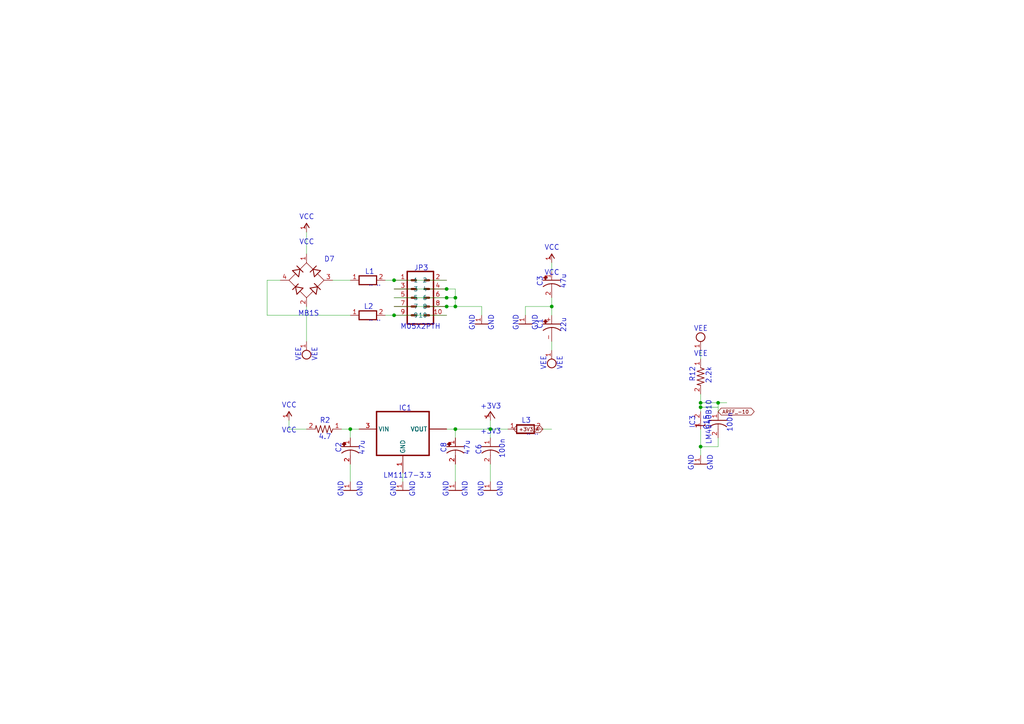
<source format=kicad_sch>
(kicad_sch (version 20231120) (generator "eeschema") (generator_version "8.0")
  (paper "A4")
  (lib_symbols
    (symbol "rangoon-eagle-import:+3V3" (power)
      (symbol "+3V3_1_0"
        (polyline (pts (xy 0 0.952) (xy -1.27 -0.952)) (stroke (width 0.254)))
        (polyline (pts (xy 1.27 -0.952) (xy 0 0.952)) (stroke (width 0.254)))
        (pin power_in line (at 0 -1.588 90) (length 2.54) (name "+3V3") (number "1"))
      )
    )
    (symbol "rangoon-eagle-import:C-USC0603_3"
      (symbol "C-USC0603_3_1_0"
        (polyline (pts (xy -2.54 1.27) (xy 2.54 1.27)) (stroke (width 0.254)))
        (polyline (pts (xy 0 0.254) (xy 0 -1.27)) (stroke (width 0.152)))
        (arc (start 0 0.254) (mid -1.3021 0.0399) (end -2.467 -0.58) (stroke (width 0.254)))
        (arc (start 2.489 -0.584) (mid 1.3157 0.0506) (end 0 0.2701) (stroke (width 0.254)))
        (pin passive line (at 0 3.81 270) (length 2.54) (name "1") (number "1"))
        (pin passive line (at 0 -3.81 90) (length 2.54) (name "2") (number "2"))
      )
    )
    (symbol "rangoon-eagle-import:CPOL-USC"
      (symbol "CPOL-USC_1_0"
        (arc (start 0 -0.334) (mid -1.3021 -0.548) (end -2.467 -1.168) (stroke (width 0.254)))
        (polyline (pts (xy -2.54 0.682) (xy 2.54 0.682)) (stroke (width 0.254)))
        (polyline (pts (xy -2.253 1.349) (xy -1.364 1.349)) (stroke (width 0.333)))
        (polyline (pts (xy -2.253 1.477) (xy -2.253 1.349)) (stroke (width 0.333)))
        (polyline (pts (xy -1.871 0.969) (xy -1.745 0.969)) (stroke (width 0.333)))
        (polyline (pts (xy -1.871 1.858) (xy -1.871 0.969)) (stroke (width 0.333)))
        (polyline (pts (xy -1.745 0.969) (xy -1.745 1.858)) (stroke (width 0.333)))
        (polyline (pts (xy -1.745 1.858) (xy -1.871 1.858)) (stroke (width 0.333)))
        (polyline (pts (xy -1.364 1.349) (xy -1.364 1.477)) (stroke (width 0.333)))
        (polyline (pts (xy -1.364 1.477) (xy -2.253 1.477)) (stroke (width 0.333)))
        (polyline (pts (xy 0 -0.334) (xy 0 -1.858)) (stroke (width 0.152)))
        (arc (start 2.489 -1.172) (mid 1.3157 -0.5374) (end 0 -0.3179) (stroke (width 0.254)))
        (pin passive line (at 0 3.222 270) (length 2.54) (name "+") (number "+"))
        (pin passive line (at 0 -4.398 90) (length 2.54) (name "-") (number "-"))
      )
    )
    (symbol "rangoon-eagle-import:CPOL-USD"
      (symbol "CPOL-USD_1_0"
        (arc (start 0 -0.334) (mid -1.3021 -0.548) (end -2.467 -1.168) (stroke (width 0.254)))
        (polyline (pts (xy -2.54 0.682) (xy 2.54 0.682)) (stroke (width 0.254)))
        (polyline (pts (xy -2.253 1.349) (xy -1.364 1.349)) (stroke (width 0.333)))
        (polyline (pts (xy -2.253 1.477) (xy -2.253 1.349)) (stroke (width 0.333)))
        (polyline (pts (xy -1.871 0.969) (xy -1.745 0.969)) (stroke (width 0.333)))
        (polyline (pts (xy -1.871 1.858) (xy -1.871 0.969)) (stroke (width 0.333)))
        (polyline (pts (xy -1.745 0.969) (xy -1.745 1.858)) (stroke (width 0.333)))
        (polyline (pts (xy -1.745 1.858) (xy -1.871 1.858)) (stroke (width 0.333)))
        (polyline (pts (xy -1.364 1.349) (xy -1.364 1.477)) (stroke (width 0.333)))
        (polyline (pts (xy -1.364 1.477) (xy -2.253 1.477)) (stroke (width 0.333)))
        (polyline (pts (xy 0 -0.334) (xy 0 -1.858)) (stroke (width 0.152)))
        (arc (start 2.489 -1.172) (mid 1.3157 -0.5374) (end 0 -0.3179) (stroke (width 0.254)))
        (pin passive line (at 0 3.222 270) (length 2.54) (name "+") (number "1"))
        (pin passive line (at 0 -4.398 90) (length 2.54) (name "-") (number "2"))
      )
    )
    (symbol "rangoon-eagle-import:GND" (power)
      (symbol "GND_1_0"
        (polyline (pts (xy -1.905 0) (xy 1.905 0)) (stroke (width 0.254)))
        (pin power_in line (at 0 2.54 270) (length 2.54) (name "GND") (number "1"))
      )
    )
    (symbol "rangoon-eagle-import:LM4041B12DBZ"
      (symbol "LM4041B12DBZ_1_0"
        (polyline (pts (xy -1.27 -0.952) (xy -1.27 -0.572)) (stroke (width 0.254)))
        (polyline (pts (xy -1.27 -0.572) (xy 0 -0.572)) (stroke (width 0.254)))
        (polyline (pts (xy 0 -0.572) (xy 1.27 -0.572)) (stroke (width 0.254)))
        (polyline (pts (xy 1.27 -0.572) (xy 1.27 -0.191)) (stroke (width 0.254)))
        (pin passive line (at 0 -1.588 90) (length 2.54) (name "C") (number "1"))
        (pin passive line (at 0 3.492 270) (length 2.54) (name "A") (number "2"))
      )
    )
    (symbol "rangoon-eagle-import:M05X2PTH"
      (symbol "M05X2PTH_1_0"
        (polyline (pts (xy -3.81 7.62) (xy -3.81 -7.62)) (stroke (width 0.406)))
        (polyline (pts (xy -3.81 7.62) (xy 3.81 7.62)) (stroke (width 0.406)))
        (polyline (pts (xy -1.27 -5.08) (xy -2.54 -5.08)) (stroke (width 0.61)))
        (polyline (pts (xy -1.27 -2.54) (xy -2.54 -2.54)) (stroke (width 0.61)))
        (polyline (pts (xy -1.27 0) (xy -2.54 0)) (stroke (width 0.61)))
        (polyline (pts (xy -1.27 2.54) (xy -2.54 2.54)) (stroke (width 0.61)))
        (polyline (pts (xy -1.27 5.08) (xy -2.54 5.08)) (stroke (width 0.61)))
        (polyline (pts (xy 1.27 -5.08) (xy 2.54 -5.08)) (stroke (width 0.61)))
        (polyline (pts (xy 1.27 -2.54) (xy 2.54 -2.54)) (stroke (width 0.61)))
        (polyline (pts (xy 1.27 0) (xy 2.54 0)) (stroke (width 0.61)))
        (polyline (pts (xy 1.27 2.54) (xy 2.54 2.54)) (stroke (width 0.61)))
        (polyline (pts (xy 1.27 5.08) (xy 2.54 5.08)) (stroke (width 0.61)))
        (polyline (pts (xy 3.81 -7.62) (xy -3.81 -7.62)) (stroke (width 0.406)))
        (polyline (pts (xy 3.81 -7.62) (xy 3.81 7.62)) (stroke (width 0.406)))
        (pin passive line (at -7.62 5.08 0) (length 5.08) (name "1") (number "1"))
        (pin passive line (at 7.62 -5.08 180) (length 5.08) (name "10") (number "10"))
        (pin passive line (at 7.62 5.08 180) (length 5.08) (name "2") (number "2"))
        (pin passive line (at -7.62 2.54 0) (length 5.08) (name "3") (number "3"))
        (pin passive line (at 7.62 2.54 180) (length 5.08) (name "4") (number "4"))
        (pin passive line (at -7.62 0 0) (length 5.08) (name "5") (number "5"))
        (pin passive line (at 7.62 0 180) (length 5.08) (name "6") (number "6"))
        (pin passive line (at -7.62 -2.54 0) (length 5.08) (name "7") (number "7"))
        (pin passive line (at 7.62 -2.54 180) (length 5.08) (name "8") (number "8"))
        (pin passive line (at -7.62 -5.08 0) (length 5.08) (name "9") (number "9"))
      )
    )
    (symbol "rangoon-eagle-import:MB1S"
      (symbol "MB1S_1_0"
        (polyline (pts (xy -5.08 0) (xy -3.277 1.803)) (stroke (width 0.152)))
        (polyline (pts (xy -4.064 -2.794) (xy -2.286 -1.016)) (stroke (width 0.254)))
        (polyline (pts (xy -4.064 2.794) (xy -2.286 1.016)) (stroke (width 0.254)))
        (polyline (pts (xy -3.277 -1.803) (xy -5.08 0)) (stroke (width 0.152)))
        (polyline (pts (xy -2.718 -4.039) (xy -0.94 -2.261)) (stroke (width 0.254)))
        (polyline (pts (xy -2.718 4.039) (xy -1.067 2.388)) (stroke (width 0.254)))
        (polyline (pts (xy -1.905 -3.175) (xy -4.064 -2.794)) (stroke (width 0.254)))
        (polyline (pts (xy -1.905 -3.175) (xy -2.286 -1.016)) (stroke (width 0.254)))
        (polyline (pts (xy -1.905 3.175) (xy -4.064 2.794)) (stroke (width 0.254)))
        (polyline (pts (xy -1.905 3.175) (xy -2.286 1.016)) (stroke (width 0.254)))
        (polyline (pts (xy -1.905 3.175) (xy 0 5.08)) (stroke (width 0.152)))
        (polyline (pts (xy 0 -5.08) (xy -1.905 -3.175)) (stroke (width 0.152)))
        (polyline (pts (xy 0 -5.08) (xy 1.803 -3.277)) (stroke (width 0.152)))
        (polyline (pts (xy 0 5.08) (xy 1.803 3.277)) (stroke (width 0.152)))
        (polyline (pts (xy 1.016 -2.286) (xy 2.794 -4.064)) (stroke (width 0.254)))
        (polyline (pts (xy 1.016 2.286) (xy 2.794 4.064)) (stroke (width 0.254)))
        (polyline (pts (xy 2.362 -1.067) (xy 4.14 -2.845)) (stroke (width 0.254)))
        (polyline (pts (xy 2.362 1.016) (xy 4.14 2.794)) (stroke (width 0.254)))
        (polyline (pts (xy 3.175 -1.905) (xy 1.016 -2.286)) (stroke (width 0.254)))
        (polyline (pts (xy 3.175 -1.905) (xy 2.794 -4.064)) (stroke (width 0.254)))
        (polyline (pts (xy 3.175 1.905) (xy 1.016 2.286)) (stroke (width 0.254)))
        (polyline (pts (xy 3.175 1.905) (xy 2.794 4.064)) (stroke (width 0.254)))
        (polyline (pts (xy 3.175 1.905) (xy 5.08 0)) (stroke (width 0.152)))
        (polyline (pts (xy 5.08 0) (xy 3.175 -1.905)) (stroke (width 0.152)))
        (pin passive line (at 7.62 0 180) (length 2.54) (name "+") (number "1"))
        (pin passive line (at -7.62 0 0) (length 2.54) (name "-") (number "2"))
        (pin passive line (at 0 -7.62 90) (length 2.54) (name "AC2") (number "3"))
        (pin passive line (at 0 7.62 270) (length 2.54) (name "AC1") (number "4"))
      )
    )
    (symbol "rangoon-eagle-import:R-US_R0603_37"
      (symbol "R-US_R0603_37_1_0"
        (polyline (pts (xy -1.016 -2.286) (xy 0 -2.54)) (stroke (width 0.203)))
        (polyline (pts (xy -1.016 -1.016) (xy 1.016 -1.651)) (stroke (width 0.203)))
        (polyline (pts (xy -1.016 0.254) (xy 1.016 -0.381)) (stroke (width 0.203)))
        (polyline (pts (xy -1.016 1.524) (xy 1.016 0.889)) (stroke (width 0.203)))
        (polyline (pts (xy 0 2.54) (xy 1.016 2.159)) (stroke (width 0.203)))
        (polyline (pts (xy 1.016 -1.651) (xy -1.016 -2.286)) (stroke (width 0.203)))
        (polyline (pts (xy 1.016 -0.381) (xy -1.016 -1.016)) (stroke (width 0.203)))
        (polyline (pts (xy 1.016 0.889) (xy -1.016 0.254)) (stroke (width 0.203)))
        (polyline (pts (xy 1.016 2.159) (xy -1.016 1.524)) (stroke (width 0.203)))
        (pin passive line (at 0 5.08 270) (length 2.54) (name "1") (number "1"))
        (pin passive line (at 0 -5.08 90) (length 2.54) (name "2") (number "2"))
      )
    )
    (symbol "rangoon-eagle-import:R-US_R1206"
      (symbol "R-US_R1206_1_0"
        (polyline (pts (xy -2.286 1.016) (xy -2.54 0)) (stroke (width 0.203)))
        (polyline (pts (xy -1.651 -1.016) (xy -2.286 1.016)) (stroke (width 0.203)))
        (polyline (pts (xy -1.016 1.016) (xy -1.651 -1.016)) (stroke (width 0.203)))
        (polyline (pts (xy -0.381 -1.016) (xy -1.016 1.016)) (stroke (width 0.203)))
        (polyline (pts (xy 0.254 1.016) (xy -0.381 -1.016)) (stroke (width 0.203)))
        (polyline (pts (xy 0.889 -1.016) (xy 0.254 1.016)) (stroke (width 0.203)))
        (polyline (pts (xy 1.524 1.016) (xy 0.889 -1.016)) (stroke (width 0.203)))
        (polyline (pts (xy 2.159 -1.016) (xy 1.524 1.016)) (stroke (width 0.203)))
        (polyline (pts (xy 2.54 0) (xy 2.159 -1.016)) (stroke (width 0.203)))
        (pin passive line (at 5.08 0 180) (length 2.54) (name "1") (number "1"))
        (pin passive line (at -5.08 0 0) (length 2.54) (name "2") (number "2"))
      )
    )
    (symbol "rangoon-eagle-import:REG1117T"
      (symbol "REG1117T_1_0"
        (polyline (pts (xy -7.62 -6.35) (xy 7.62 -6.35)) (stroke (width 0.406)))
        (polyline (pts (xy -7.62 6.35) (xy -7.62 -6.35)) (stroke (width 0.406)))
        (polyline (pts (xy 7.62 -6.35) (xy 7.62 6.35)) (stroke (width 0.406)))
        (polyline (pts (xy 7.62 6.35) (xy -7.62 6.35)) (stroke (width 0.406)))
        (pin power_in line (at 0 -11.43 90) (length 5.08) (name "GND") (number "1"))
        (pin output line (at 12.7 1.27 180) (length 5.08) (name "VOUT") (number "2"))
        (pin input line (at -12.7 1.27 0) (length 5.08) (name "VIN") (number "3"))
        (pin output line (at 12.7 1.27 180) (length 5.08) (name "VOUT") (number "4"))
      )
    )
    (symbol "rangoon-eagle-import:VCC" (power)
      (symbol "VCC_1_0"
        (polyline (pts (xy 0 0.635) (xy -0.762 -0.635)) (stroke (width 0.254)))
        (polyline (pts (xy 0.762 -0.635) (xy 0 0.635)) (stroke (width 0.254)))
        (pin power_in line (at 0 -1.905 90) (length 2.54) (name "VCC") (number "1"))
      )
    )
    (symbol "rangoon-eagle-import:VEE" (power)
      (symbol "VEE_1_0"
        (circle (center 0 0) (radius 1.27) (stroke (width 0.254)))
        (pin power_in line (at 0 -3.81 90) (length 2.54) (name "VEE") (number "1"))
      )
    )
    (symbol "rangoon-eagle-import:VEE_43" (power)
      (symbol "VEE_43_1_0"
        (circle (center 0 0) (radius 1.27) (stroke (width 0.254)))
        (pin power_in line (at 0 3.81 270) (length 2.54) (name "VEE") (number "1"))
      )
    )
    (symbol "rangoon-eagle-import:WE-CBF_0603"
      (symbol "WE-CBF_0603_1_0"
        (polyline (pts (xy -2.538 -1.272) (xy 2.54 -1.272)) (stroke (width 0.333)))
        (polyline (pts (xy -2.538 1.272) (xy -2.538 -1.272)) (stroke (width 0.333)))
        (polyline (pts (xy 2.54 -1.272) (xy 2.54 1.272)) (stroke (width 0.333)))
        (polyline (pts (xy 2.54 1.272) (xy -2.538 1.272)) (stroke (width 0.333)))
        (pin passive line (at -5.08 0.002 0) (length 2.54) (name "1") (number "1"))
        (pin passive line (at 5.08 0.002 180) (length 2.54) (name "2") (number "2"))
      )
    )
  )
  (junction (at 132.08 124.46))
  (junction (at 114.3 91.44))
  (junction (at 208.28 116.84))
  (junction (at 129.54 88.9))
  (junction (at 101.6 124.46))
  (junction (at 203.2 118.11))
  (junction (at 129.54 86.36))
  (junction (at 114.3 81.28))
  (junction (at 160.02 88.9))
  (junction (at 132.08 86.36))
  (junction (at 132.08 88.9))
  (junction (at 129.54 83.82))
  (junction (at 142.24 124.46))
  (junction (at 203.2 116.84))
  (junction (at 203.2 129.54))
  (wire (pts (xy 160.02 78.74) (xy 160.02 76.2)) (stroke (width 0.1)))
  (wire (pts (xy 160.02 88.9) (xy 160.02 86.36)) (stroke (width 0.1)))
  (wire (pts (xy 132.08 88.9) (xy 139.7 88.9)) (stroke (width 0.1)))
  (wire (pts (xy 96.52 81.28) (xy 101.6 81.28)) (stroke (width 0.1)))
  (wire (pts (xy 132.08 86.36) (xy 132.08 88.9)) (stroke (width 0.1)))
  (wire (pts (xy 116.84 137.16) (xy 116.84 139.7)) (stroke (width 0.1)))
  (wire (pts (xy 142.24 124.46) (xy 142.24 121.92)) (stroke (width 0.1)))
  (wire (pts (xy 203.2 129.54) (xy 203.2 132.08)) (stroke (width 0.1)))
  (wire (pts (xy 101.6 91.44) (xy 77.47 91.44)) (stroke (width 0.1)))
  (wire (pts (xy 132.08 88.9) (xy 129.54 88.9)) (stroke (width 0.1)))
  (wire (pts (xy 203.2 118.11) (xy 203.2 116.84)) (stroke (width 0.1)))
  (wire (pts (xy 208.28 129.54) (xy 203.2 129.54)) (stroke (width 0.1)))
  (wire (pts (xy 160.02 91.44) (xy 160.02 88.9)) (stroke (width 0.1)))
  (wire (pts (xy 132.08 134.62) (xy 132.08 139.7)) (stroke (width 0.1)))
  (wire (pts (xy 203.2 104.14) (xy 203.2 101.6)) (stroke (width 0.1)))
  (wire (pts (xy 208.28 116.84) (xy 208.28 119.38)) (stroke (width 0.1)))
  (wire (pts (xy 77.47 91.44) (xy 77.47 81.28)) (stroke (width 0.1)))
  (wire (pts (xy 203.2 116.84) (xy 203.2 114.3)) (stroke (width 0.1)))
  (wire (pts (xy 114.3 81.28) (xy 129.54 81.28)) (stroke (width 0.1)))
  (wire (pts (xy 132.08 124.46) (xy 129.54 124.46)) (stroke (width 0.1)))
  (wire (pts (xy 208.28 116.84) (xy 203.2 116.84)) (stroke (width 0.1)))
  (wire (pts (xy 101.6 127) (xy 101.6 124.46)) (stroke (width 0.1)))
  (wire (pts (xy 208.28 116.84) (xy 210.82 116.84)) (stroke (width 0.1)))
  (wire (pts (xy 129.54 83.82) (xy 132.08 83.82)) (stroke (width 0.1)))
  (wire (pts (xy 132.08 124.46) (xy 142.24 124.46)) (stroke (width 0.1)))
  (wire (pts (xy 157.48 124.46) (xy 160.02 124.46)) (stroke (width 0.1)))
  (wire (pts (xy 147.32 124.46) (xy 142.24 124.46)) (stroke (width 0.1)))
  (wire (pts (xy 129.54 86.36) (xy 114.3 86.36)) (stroke (width 0.1)))
  (wire (pts (xy 160.02 88.9) (xy 152.4 88.9)) (stroke (width 0.1)))
  (wire (pts (xy 101.6 124.46) (xy 104.14 124.46)) (stroke (width 0.1)))
  (wire (pts (xy 114.3 83.82) (xy 129.54 83.82)) (stroke (width 0.1)))
  (wire (pts (xy 142.24 134.62) (xy 142.24 139.7)) (stroke (width 0.1)))
  (wire (pts (xy 132.08 127) (xy 132.08 124.46)) (stroke (width 0.1)))
  (wire (pts (xy 203.2 119.38) (xy 203.2 118.11)) (stroke (width 0.1)))
  (wire (pts (xy 88.9 88.9) (xy 88.9 99.06)) (stroke (width 0.1)))
  (wire (pts (xy 99.06 124.46) (xy 101.6 124.46)) (stroke (width 0.1)))
  (wire (pts (xy 152.4 88.9) (xy 152.4 91.44)) (stroke (width 0.1)))
  (wire (pts (xy 83.82 124.46) (xy 83.82 121.92)) (stroke (width 0.1)))
  (wire (pts (xy 132.08 83.82) (xy 132.08 86.36)) (stroke (width 0.1)))
  (wire (pts (xy 208.28 127) (xy 208.28 129.54)) (stroke (width 0.1)))
  (wire (pts (xy 88.9 124.46) (xy 83.82 124.46)) (stroke (width 0.1)))
  (wire (pts (xy 139.7 88.9) (xy 139.7 91.44)) (stroke (width 0.1)))
  (wire (pts (xy 111.76 91.44) (xy 114.3 91.44)) (stroke (width 0.1)))
  (wire (pts (xy 114.3 91.44) (xy 129.54 91.44)) (stroke (width 0.1)))
  (wire (pts (xy 88.9 73.66) (xy 88.9 67.31)) (stroke (width 0.1)))
  (wire (pts (xy 132.08 86.36) (xy 129.54 86.36)) (stroke (width 0.1)))
  (wire (pts (xy 203.2 124.46) (xy 203.2 129.54)) (stroke (width 0.1)))
  (wire (pts (xy 160.02 99.06) (xy 160.02 101.6)) (stroke (width 0.1)))
  (wire (pts (xy 129.54 88.9) (xy 114.3 88.9)) (stroke (width 0.1)))
  (wire (pts (xy 203.2 118.11) (xy 208.28 118.11)) (stroke (width 0.1)))
  (wire (pts (xy 111.76 81.28) (xy 114.3 81.28)) (stroke (width 0.1)))
  (wire (pts (xy 77.47 81.28) (xy 81.28 81.28)) (stroke (width 0.1)))
  (wire (pts (xy 142.24 124.46) (xy 142.24 127)) (stroke (width 0.1)))
  (wire (pts (xy 101.6 134.62) (xy 101.6 139.7)) (stroke (width 0.1)))
  (text "GND" (at 130.175 144.278 90) (effects (font (size 1.48 1.48)) (justify left bottom)))
  (text "VCC" (at 86.753 69.445 0) (effects (font (size 1.48 1.48)) (justify left top)))
  (text "47u" (at 162.56 83.891 90) (effects (font (size 1.48 1.48)) (justify left top)))
  (text "GND" (at 99.695 144.278 90) (effects (font (size 1.48 1.48)) (justify left bottom)))
  (text "\" \"" (at 152.635 125.962 0) (effects (font (size 1.48 1.48)) (justify left top)))
  (text "+3V3" (at 139.274 124.373 0) (effects (font (size 1.48 1.48)) (justify left top)))
  (text "22u" (at 162.56 96.554 90) (effects (font (size 1.48 1.48)) (justify left top)))
  (text "IC1" (at 115.64 119.38 0) (effects (font (size 1.48 1.48)) (justify left bottom)))
  (text "VCC" (at 81.673 118.515 0) (effects (font (size 1.48 1.48)) (justify left bottom)))
  (text "4.7" (at 92.379 125.96 0) (effects (font (size 1.48 1.48)) (justify left top)))
  (text "GND" (at 118.745 144.278 90) (effects (font (size 1.48 1.48)) (justify left top)))
  (text "\" \"" (at 106.915 82.782 0) (effects (font (size 1.48 1.48)) (justify left top)))
  (text "GND" (at 154.305 96.018 90) (effects (font (size 1.48 1.48)) (justify left top)))
  (text "GND" (at 205.105 136.658 90) (effects (font (size 1.48 1.48)) (justify left top)))
  (text "+3V3" (at 139.274 118.833 0) (effects (font (size 1.48 1.48)) (justify left bottom)))
  (text "47u" (at 104.14 132.151 90) (effects (font (size 1.48 1.48)) (justify left top)))
  (text "VCC" (at 86.753 63.905 0) (effects (font (size 1.48 1.48)) (justify left bottom)))
  (text "100n" (at 144.78 133.12 90) (effects (font (size 1.48 1.48)) (justify left top)))
  (text "L3" (at 151.217 122.962 0) (effects (font (size 1.48 1.48)) (justify left bottom)))
  (text "2.2k" (at 204.7 111.421 90) (effects (font (size 1.48 1.48)) (justify left top)))
  (text "LM1117-3.3" (at 111.128 137.16 0) (effects (font (size 1.48 1.48)) (justify left top)))
  (text "GND" (at 133.985 144.278 90) (effects (font (size 1.48 1.48)) (justify left top)))
  (text "\" \"" (at 106.915 92.942 0) (effects (font (size 1.48 1.48)) (justify left top)))
  (text "R12" (at 201.7 110.894 90) (effects (font (size 1.48 1.48)) (justify left bottom)))
  (text "VCC" (at 81.673 124.055 0) (effects (font (size 1.48 1.48)) (justify left top)))
  (text "C2" (at 99.06 131.514 90) (effects (font (size 1.48 1.48)) (justify left bottom)))
  (text "VEE" (at 158.52 107.41 90) (effects (font (size 1.48 1.48)) (justify left bottom)))
  (text "GND" (at 137.795 96.018 90) (effects (font (size 1.48 1.48)) (justify left bottom)))
  (text "IC3" (at 201.7 124.4 90) (effects (font (size 1.48 1.48)) (justify left bottom)))
  (text "VEE" (at 201.2 96.29 0) (effects (font (size 1.48 1.48)) (justify left bottom)))
  (text "VEE" (at 161.52 107.41 90) (effects (font (size 1.48 1.48)) (justify left top)))
  (text "100n" (at 210.82 125.5 90) (effects (font (size 1.48 1.48)) (justify left top)))
  (text "LM4040B10" (at 204.7 129.093 90) (effects (font (size 1.48 1.48)) (justify left top)))
  (text "GND" (at 201.295 136.658 90) (effects (font (size 1.48 1.48)) (justify left bottom)))
  (text "M05X2PTH" (at 116.117 93.98 0) (effects (font (size 1.48 1.48)) (justify left top)))
  (text "D7" (at 93.98 76.2 0) (effects (font (size 1.48 1.48)) (justify left bottom)))
  (text "GND" (at 150.495 96.018 90) (effects (font (size 1.48 1.48)) (justify left bottom)))
  (text "C1" (at 157.48 95.627 90) (effects (font (size 1.48 1.48)) (justify left bottom)))
  (text "C15" (at 205.74 124.9 90) (effects (font (size 1.48 1.48)) (justify left bottom)))
  (text "C6" (at 139.7 132.065 90) (effects (font (size 1.48 1.48)) (justify left bottom)))
  (text "L2" (at 105.497 89.942 0) (effects (font (size 1.48 1.48)) (justify left bottom)))
  (text "JP3" (at 120.064 78.74 0) (effects (font (size 1.48 1.48)) (justify left bottom)))
  (text "GND" (at 103.505 144.278 90) (effects (font (size 1.48 1.48)) (justify left top)))
  (text "R2" (at 92.724 122.96 0) (effects (font (size 1.48 1.48)) (justify left bottom)))
  (text "C3" (at 157.48 83.254 90) (effects (font (size 1.48 1.48)) (justify left bottom)))
  (text "L1" (at 105.825 79.782 0) (effects (font (size 1.48 1.48)) (justify left bottom)))
  (text "VCC" (at 157.873 78.335 0) (effects (font (size 1.48 1.48)) (justify left top)))
  (text "GND" (at 141.605 96.018 90) (effects (font (size 1.48 1.48)) (justify left top)))
  (text "47u" (at 134.62 132.151 90) (effects (font (size 1.48 1.48)) (justify left top)))
  (text "VEE" (at 201.2 101.83 0) (effects (font (size 1.48 1.48)) (justify left top)))
  (text "VEE" (at 90.4 104.87 90) (effects (font (size 1.48 1.48)) (justify left top)))
  (text "GND" (at 144.145 144.278 90) (effects (font (size 1.48 1.48)) (justify left top)))
  (text "MB1S" (at 86.408 90.17 0) (effects (font (size 1.48 1.48)) (justify left top)))
  (text "GND" (at 140.335 144.278 90) (effects (font (size 1.48 1.48)) (justify left bottom)))
  (text "VEE" (at 87.4 104.87 90) (effects (font (size 1.48 1.48)) (justify left bottom)))
  (text "C8" (at 129.54 131.514 90) (effects (font (size 1.48 1.48)) (justify left bottom)))
  (text "VCC" (at 157.873 72.795 0) (effects (font (size 1.48 1.48)) (justify left bottom)))
  (text "GND" (at 114.935 144.278 90) (effects (font (size 1.48 1.48)) (justify left bottom)))
  (global_label "AREF_-10" (shape bidirectional) (at 208.28 119.38 0) (effects (font (size 1.016 1.016))) (property "Intersheetrefs" "${INTERSHEET_REFS}" (effects (hide yes))))
  (global_label "+3V3_A" (shape bidirectional) (at 157.48 124.46 180) (effects (font (size 1.016 1.016))) (property "Intersheetrefs" "${INTERSHEET_REFS}" (effects (hide yes))))
  (symbol (lib_id "rangoon-eagle-import:M05X2PTH") (at 121.92 86.36 0) (unit 1)
    (property "Reference" "JP3" (effects (hide yes)))
    (property "Value" "M05X2PTH" (effects (hide yes)))
    (property "Footprint" "rangoon:AVR_ICSP" (effects (hide yes)))
  )
  (symbol (lib_id "rangoon-eagle-import:GND") (at 116.84 142.24 0) (unit 1)
    (property "Reference" "#GND34" (effects (hide yes)))
    (property "Value" "GND" (effects (hide yes)))
  )
  (symbol (lib_id "rangoon-eagle-import:VCC") (at 160.02 74.295 0) (unit 1)
    (property "Reference" "#P+3" (effects (hide yes)))
    (property "Value" "VCC" (effects (hide yes)))
  )
  (symbol (lib_id "rangoon-eagle-import:MB1S") (at 88.9 81.28 90) (unit 1)
    (property "Reference" "D7" (effects (hide yes)))
    (property "Value" "MB1S" (effects (hide yes)))
    (property "Footprint" "rangoon:SOP-4_6.5X2.54" (effects (hide yes)))
  )
  (symbol (lib_id "rangoon-eagle-import:WE-CBF_0603") (at 106.68 81.282 0) (unit 1)
    (property "Reference" "L1" (effects (hide yes)))
    (property "Value" "WE-CBF_0603" (effects (hide yes)))
    (property "Footprint" "rangoon:0603" (effects (hide yes)))
  )
  (symbol (lib_id "rangoon-eagle-import:CPOL-USC") (at 160.02 94.662 0) (unit 1)
    (property "Reference" "C1" (effects (hide yes)))
    (property "Value" "22u" (effects (hide yes)))
    (property "Footprint" "rangoon:PANASONIC_C" (effects (hide yes)))
  )
  (symbol (lib_id "rangoon-eagle-import:R-US_R1206") (at 93.98 124.46 0) (unit 1)
    (property "Reference" "R2" (effects (hide yes)))
    (property "Value" "4.7" (effects (hide yes)))
    (property "Footprint" "rangoon:R1206" (effects (hide yes)))
  )
  (symbol (lib_id "rangoon-eagle-import:CPOL-USD") (at 132.08 130.222 0) (unit 1)
    (property "Reference" "C8" (effects (hide yes)))
    (property "Value" "47u" (effects (hide yes)))
    (property "Footprint" "rangoon:CAPAE-5.3X5.3H7" (effects (hide yes)))
  )
  (symbol (lib_id "rangoon-eagle-import:WE-CBF_0603") (at 152.4 124.462 0) (unit 1)
    (property "Reference" "L3" (effects (hide yes)))
    (property "Value" "WE-CBF_0603" (effects (hide yes)))
    (property "Footprint" "rangoon:0603" (effects (hide yes)))
  )
  (symbol (lib_id "rangoon-eagle-import:REG1117T") (at 116.84 125.73 0) (unit 1)
    (property "Reference" "IC1" (effects (hide yes)))
    (property "Value" "LM1117-3.3" (effects (hide yes)))
    (property "Footprint" "rangoon:SOT223-4" (effects (hide yes)))
  )
  (symbol (lib_id "rangoon-eagle-import:VCC") (at 83.82 120.015 0) (unit 1)
    (property "Reference" "#P+8" (effects (hide yes)))
    (property "Value" "VCC" (effects (hide yes)))
  )
  (symbol (lib_id "rangoon-eagle-import:C-USC0603_3") (at 142.24 130.81 0) (unit 1)
    (property "Reference" "C6" (effects (hide yes)))
    (property "Value" "100n" (effects (hide yes)))
    (property "Footprint" "rangoon:CAP_0603" (effects (hide yes)))
  )
  (symbol (lib_id "rangoon-eagle-import:VCC") (at 88.9 65.405 0) (unit 1)
    (property "Reference" "#P+2" (effects (hide yes)))
    (property "Value" "VCC" (effects (hide yes)))
  )
  (symbol (lib_id "rangoon-eagle-import:GND") (at 152.4 93.98 0) (unit 1)
    (property "Reference" "#GND24" (effects (hide yes)))
    (property "Value" "GND" (effects (hide yes)))
  )
  (symbol (lib_id "rangoon-eagle-import:GND") (at 139.7 93.98 0) (unit 1)
    (property "Reference" "#GND4" (effects (hide yes)))
    (property "Value" "GND" (effects (hide yes)))
  )
  (symbol (lib_id "rangoon-eagle-import:+3V3") (at 142.24 120.333 0) (unit 1)
    (property "Reference" "#+3V1" (effects (hide yes)))
    (property "Value" "+3V3" (effects (hide yes)))
  )
  (symbol (lib_id "rangoon-eagle-import:R-US_R0603_37") (at 203.2 109.22 0) (unit 1)
    (property "Reference" "R12" (effects (hide yes)))
    (property "Value" "2.2k" (effects (hide yes)))
    (property "Footprint" "rangoon:RES_0603" (effects (hide yes)))
  )
  (symbol (lib_id "rangoon-eagle-import:GND") (at 101.6 142.24 0) (unit 1)
    (property "Reference" "#GND43" (effects (hide yes)))
    (property "Value" "GND" (effects (hide yes)))
  )
  (symbol (lib_id "rangoon-eagle-import:GND") (at 203.2 134.62 0) (unit 1)
    (property "Reference" "#GND69" (effects (hide yes)))
    (property "Value" "GND" (effects (hide yes)))
  )
  (symbol (lib_id "rangoon-eagle-import:VEE_43") (at 160.02 105.41 0) (unit 1)
    (property "Reference" "#SUPPLY3" (effects (hide yes)))
    (property "Value" "VEE" (effects (hide yes)))
  )
  (symbol (lib_id "rangoon-eagle-import:WE-CBF_0603") (at 106.68 91.442 0) (unit 1)
    (property "Reference" "L2" (effects (hide yes)))
    (property "Value" "WE-CBF_0603" (effects (hide yes)))
    (property "Footprint" "rangoon:0603" (effects (hide yes)))
  )
  (symbol (lib_id "rangoon-eagle-import:VEE_43") (at 88.9 102.87 0) (unit 1)
    (property "Reference" "#SUPPLY2" (effects (hide yes)))
    (property "Value" "VEE" (effects (hide yes)))
  )
  (symbol (lib_id "rangoon-eagle-import:GND") (at 142.24 142.24 0) (unit 1)
    (property "Reference" "#GND36" (effects (hide yes)))
    (property "Value" "GND" (effects (hide yes)))
  )
  (symbol (lib_id "rangoon-eagle-import:GND") (at 132.08 142.24 0) (unit 1)
    (property "Reference" "#GND35" (effects (hide yes)))
    (property "Value" "GND" (effects (hide yes)))
  )
  (symbol (lib_id "rangoon-eagle-import:LM4041B12DBZ") (at 203.2 122.873 0) (unit 1)
    (property "Reference" "IC3" (effects (hide yes)))
    (property "Value" "LM4040B10" (effects (hide yes)))
    (property "Footprint" "rangoon:DBZ_R-PDSO-G3" (effects (hide yes)))
  )
  (symbol (lib_id "rangoon-eagle-import:CPOL-USD") (at 160.02 81.962 0) (unit 1)
    (property "Reference" "C3" (effects (hide yes)))
    (property "Value" "47u" (effects (hide yes)))
    (property "Footprint" "rangoon:CAPAE-5.3X5.3H7" (effects (hide yes)))
  )
  (symbol (lib_id "rangoon-eagle-import:VEE") (at 203.2 97.79 0) (unit 1)
    (property "Reference" "#SUPPLY1" (effects (hide yes)))
    (property "Value" "VEE" (effects (hide yes)))
  )
  (symbol (lib_id "rangoon-eagle-import:C-USC0603_3") (at 208.28 123.19 0) (unit 1)
    (property "Reference" "C15" (effects (hide yes)))
    (property "Value" "100n" (effects (hide yes)))
    (property "Footprint" "rangoon:CAP_0603" (effects (hide yes)))
  )
  (symbol (lib_id "rangoon-eagle-import:CPOL-USD") (at 101.6 130.222 0) (unit 1)
    (property "Reference" "C2" (effects (hide yes)))
    (property "Value" "47u" (effects (hide yes)))
    (property "Footprint" "rangoon:CAPAE-5.3X5.3H7" (effects (hide yes)))
  )
)
</source>
